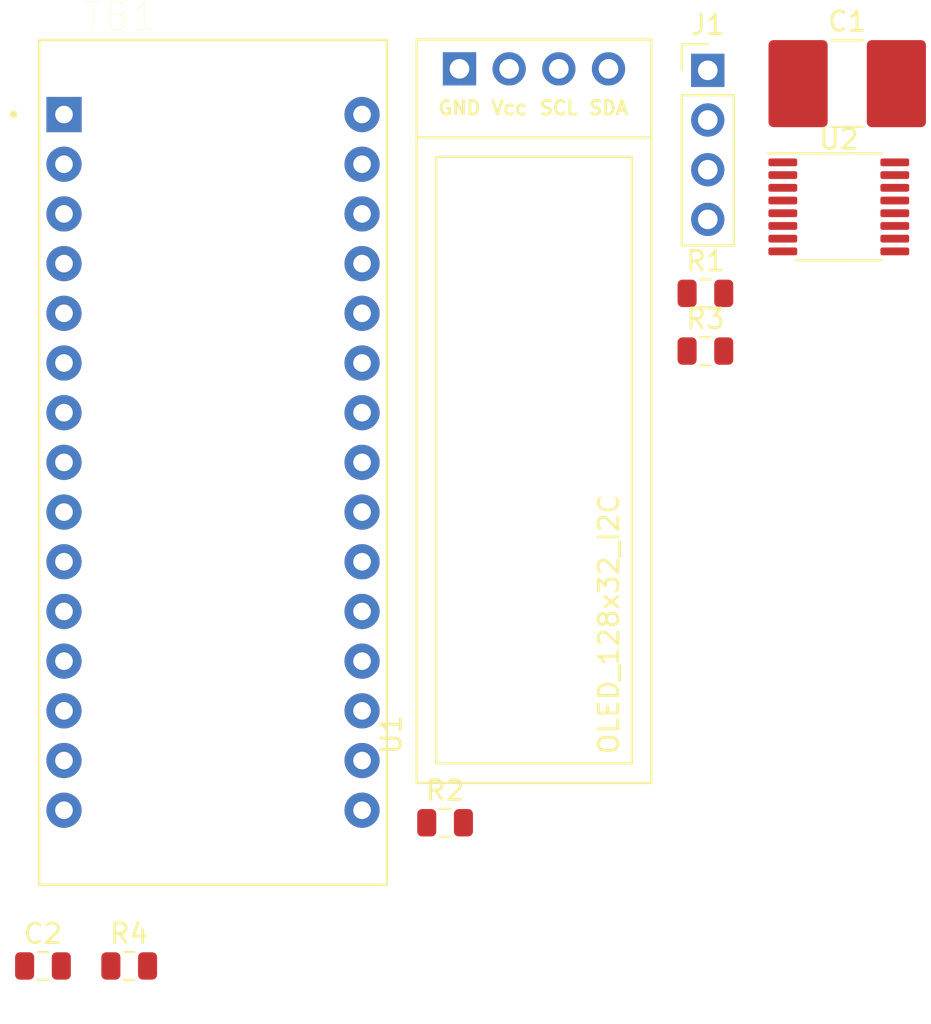
<source format=kicad_pcb>
(kicad_pcb (version 20171130) (host pcbnew "(5.1.6)-1")

  (general
    (thickness 1.6)
    (drawings 0)
    (tracks 0)
    (zones 0)
    (modules 10)
    (nets 37)
  )

  (page A4)
  (layers
    (0 F.Cu signal)
    (31 B.Cu signal)
    (32 B.Adhes user)
    (33 F.Adhes user)
    (34 B.Paste user)
    (35 F.Paste user)
    (36 B.SilkS user)
    (37 F.SilkS user)
    (38 B.Mask user)
    (39 F.Mask user)
    (40 Dwgs.User user)
    (41 Cmts.User user)
    (42 Eco1.User user)
    (43 Eco2.User user)
    (44 Edge.Cuts user)
    (45 Margin user)
    (46 B.CrtYd user)
    (47 F.CrtYd user)
    (48 B.Fab user)
    (49 F.Fab user)
  )

  (setup
    (last_trace_width 0.25)
    (trace_clearance 0.2)
    (zone_clearance 0.508)
    (zone_45_only no)
    (trace_min 0.2)
    (via_size 0.8)
    (via_drill 0.4)
    (via_min_size 0.4)
    (via_min_drill 0.3)
    (uvia_size 0.3)
    (uvia_drill 0.1)
    (uvias_allowed no)
    (uvia_min_size 0.2)
    (uvia_min_drill 0.1)
    (edge_width 0.05)
    (segment_width 0.2)
    (pcb_text_width 0.3)
    (pcb_text_size 1.5 1.5)
    (mod_edge_width 0.12)
    (mod_text_size 1 1)
    (mod_text_width 0.15)
    (pad_size 1.524 1.524)
    (pad_drill 0.762)
    (pad_to_mask_clearance 0.05)
    (aux_axis_origin 0 0)
    (visible_elements 7FFFFFFF)
    (pcbplotparams
      (layerselection 0x010fc_ffffffff)
      (usegerberextensions false)
      (usegerberattributes true)
      (usegerberadvancedattributes true)
      (creategerberjobfile true)
      (excludeedgelayer true)
      (linewidth 0.100000)
      (plotframeref false)
      (viasonmask false)
      (mode 1)
      (useauxorigin false)
      (hpglpennumber 1)
      (hpglpenspeed 20)
      (hpglpendiameter 15.000000)
      (psnegative false)
      (psa4output false)
      (plotreference true)
      (plotvalue true)
      (plotinvisibletext false)
      (padsonsilk false)
      (subtractmaskfromsilk false)
      (outputformat 1)
      (mirror false)
      (drillshape 1)
      (scaleselection 1)
      (outputdirectory ""))
  )

  (net 0 "")
  (net 1 GND)
  (net 2 "Net-(TB1-Pad1)")
  (net 3 "Net-(TB1-Pad2)")
  (net 4 "Net-(TB1-Pad28)")
  (net 5 "Net-(TB1-Pad5)")
  (net 6 "Net-(TB1-Pad6)")
  (net 7 "Net-(TB1-Pad9)")
  (net 8 +3V3)
  (net 9 "Net-(TB1-Pad18)")
  (net 10 "Net-(TB1-Pad19)")
  (net 11 "Net-(TB1-Pad20)")
  (net 12 "Net-(TB1-Pad21)")
  (net 13 "Net-(TB1-Pad22)")
  (net 14 "Net-(TB1-Pad23)")
  (net 15 "Net-(TB1-Pad24)")
  (net 16 "Net-(TB1-Pad25)")
  (net 17 "Net-(TB1-Pad26)")
  (net 18 +5V)
  (net 19 "Net-(TB1-Pad30)")
  (net 20 "Net-(C1-Pad1)")
  (net 21 "Net-(C2-Pad1)")
  (net 22 SDA)
  (net 23 SCL)
  (net 24 "Net-(TB1-Pad10)")
  (net 25 "Net-(TB1-Pad11)")
  (net 26 "Net-(TB1-Pad12)")
  (net 27 "Net-(TB1-Pad13)")
  (net 28 "Net-(TB1-Pad14)")
  (net 29 "Net-(TB1-Pad15)")
  (net 30 "Net-(TB1-Pad16)")
  (net 31 IN+)
  (net 32 "Net-(U2-Pad4)")
  (net 33 "Net-(U2-Pad5)")
  (net 34 "Net-(U2-Pad7)")
  (net 35 "Net-(U2-Pad13)")
  (net 36 IN-)

  (net_class Default "This is the default net class."
    (clearance 0.2)
    (trace_width 0.25)
    (via_dia 0.8)
    (via_drill 0.4)
    (uvia_dia 0.3)
    (uvia_drill 0.1)
    (add_net +3V3)
    (add_net +5V)
    (add_net GND)
    (add_net IN+)
    (add_net IN-)
    (add_net "Net-(C1-Pad1)")
    (add_net "Net-(C2-Pad1)")
    (add_net "Net-(TB1-Pad1)")
    (add_net "Net-(TB1-Pad10)")
    (add_net "Net-(TB1-Pad11)")
    (add_net "Net-(TB1-Pad12)")
    (add_net "Net-(TB1-Pad13)")
    (add_net "Net-(TB1-Pad14)")
    (add_net "Net-(TB1-Pad15)")
    (add_net "Net-(TB1-Pad16)")
    (add_net "Net-(TB1-Pad18)")
    (add_net "Net-(TB1-Pad19)")
    (add_net "Net-(TB1-Pad2)")
    (add_net "Net-(TB1-Pad20)")
    (add_net "Net-(TB1-Pad21)")
    (add_net "Net-(TB1-Pad22)")
    (add_net "Net-(TB1-Pad23)")
    (add_net "Net-(TB1-Pad24)")
    (add_net "Net-(TB1-Pad25)")
    (add_net "Net-(TB1-Pad26)")
    (add_net "Net-(TB1-Pad28)")
    (add_net "Net-(TB1-Pad30)")
    (add_net "Net-(TB1-Pad5)")
    (add_net "Net-(TB1-Pad6)")
    (add_net "Net-(TB1-Pad9)")
    (add_net "Net-(U2-Pad13)")
    (add_net "Net-(U2-Pad4)")
    (add_net "Net-(U2-Pad5)")
    (add_net "Net-(U2-Pad7)")
    (add_net SCL)
    (add_net SDA)
  )

  (module Capacitor_SMD:C_2816_7142Metric (layer F.Cu) (tedit 5B341556) (tstamp 5ED172CE)
    (at 177.445001 34.255001)
    (descr "Capacitor SMD 2816 (7142 Metric), square (rectangular) end terminal, IPC_7351 nominal, (Body size from: https://www.vishay.com/docs/30100/wsl.pdf), generated with kicad-footprint-generator")
    (tags capacitor)
    (path /5ED4FBCB)
    (attr smd)
    (fp_text reference C1 (at 0 -3.18) (layer F.SilkS)
      (effects (font (size 1 1) (thickness 0.15)))
    )
    (fp_text value C_BUS (at 0 3.18) (layer F.Fab)
      (effects (font (size 1 1) (thickness 0.15)))
    )
    (fp_line (start 4.28 2.48) (end -4.28 2.48) (layer F.CrtYd) (width 0.05))
    (fp_line (start 4.28 -2.48) (end 4.28 2.48) (layer F.CrtYd) (width 0.05))
    (fp_line (start -4.28 -2.48) (end 4.28 -2.48) (layer F.CrtYd) (width 0.05))
    (fp_line (start -4.28 2.48) (end -4.28 -2.48) (layer F.CrtYd) (width 0.05))
    (fp_line (start -0.797369 2.21) (end 0.797369 2.21) (layer F.SilkS) (width 0.12))
    (fp_line (start -0.797369 -2.21) (end 0.797369 -2.21) (layer F.SilkS) (width 0.12))
    (fp_line (start 3.55 2.1) (end -3.55 2.1) (layer F.Fab) (width 0.1))
    (fp_line (start 3.55 -2.1) (end 3.55 2.1) (layer F.Fab) (width 0.1))
    (fp_line (start -3.55 -2.1) (end 3.55 -2.1) (layer F.Fab) (width 0.1))
    (fp_line (start -3.55 2.1) (end -3.55 -2.1) (layer F.Fab) (width 0.1))
    (fp_text user %R (at 0 0) (layer F.Fab)
      (effects (font (size 1 1) (thickness 0.15)))
    )
    (pad 1 smd roundrect (at -2.5125 0) (size 3.025 4.45) (layers F.Cu F.Paste F.Mask) (roundrect_rratio 0.082645)
      (net 20 "Net-(C1-Pad1)"))
    (pad 2 smd roundrect (at 2.5125 0) (size 3.025 4.45) (layers F.Cu F.Paste F.Mask) (roundrect_rratio 0.082645)
      (net 1 GND))
    (model ${KISYS3DMOD}/Capacitor_SMD.3dshapes/C_2816_7142Metric.wrl
      (at (xyz 0 0 0))
      (scale (xyz 1 1 1))
      (rotate (xyz 0 0 0))
    )
  )

  (module Capacitor_SMD:C_0805_2012Metric (layer F.Cu) (tedit 5B36C52B) (tstamp 5ED172DF)
    (at 136.325001 79.355001)
    (descr "Capacitor SMD 0805 (2012 Metric), square (rectangular) end terminal, IPC_7351 nominal, (Body size source: https://docs.google.com/spreadsheets/d/1BsfQQcO9C6DZCsRaXUlFlo91Tg2WpOkGARC1WS5S8t0/edit?usp=sharing), generated with kicad-footprint-generator")
    (tags capacitor)
    (path /5ED50276)
    (attr smd)
    (fp_text reference C2 (at 0 -1.65) (layer F.SilkS)
      (effects (font (size 1 1) (thickness 0.15)))
    )
    (fp_text value 0.1uF (at 0 1.65) (layer F.Fab)
      (effects (font (size 1 1) (thickness 0.15)))
    )
    (fp_line (start 1.68 0.95) (end -1.68 0.95) (layer F.CrtYd) (width 0.05))
    (fp_line (start 1.68 -0.95) (end 1.68 0.95) (layer F.CrtYd) (width 0.05))
    (fp_line (start -1.68 -0.95) (end 1.68 -0.95) (layer F.CrtYd) (width 0.05))
    (fp_line (start -1.68 0.95) (end -1.68 -0.95) (layer F.CrtYd) (width 0.05))
    (fp_line (start -0.258578 0.71) (end 0.258578 0.71) (layer F.SilkS) (width 0.12))
    (fp_line (start -0.258578 -0.71) (end 0.258578 -0.71) (layer F.SilkS) (width 0.12))
    (fp_line (start 1 0.6) (end -1 0.6) (layer F.Fab) (width 0.1))
    (fp_line (start 1 -0.6) (end 1 0.6) (layer F.Fab) (width 0.1))
    (fp_line (start -1 -0.6) (end 1 -0.6) (layer F.Fab) (width 0.1))
    (fp_line (start -1 0.6) (end -1 -0.6) (layer F.Fab) (width 0.1))
    (fp_text user %R (at 0 0) (layer F.Fab)
      (effects (font (size 0.5 0.5) (thickness 0.08)))
    )
    (pad 1 smd roundrect (at -0.9375 0) (size 0.975 1.4) (layers F.Cu F.Paste F.Mask) (roundrect_rratio 0.25)
      (net 21 "Net-(C2-Pad1)"))
    (pad 2 smd roundrect (at 0.9375 0) (size 0.975 1.4) (layers F.Cu F.Paste F.Mask) (roundrect_rratio 0.25)
      (net 1 GND))
    (model ${KISYS3DMOD}/Capacitor_SMD.3dshapes/C_0805_2012Metric.wrl
      (at (xyz 0 0 0))
      (scale (xyz 1 1 1))
      (rotate (xyz 0 0 0))
    )
  )

  (module Connector_PinHeader_2.54mm:PinHeader_1x04_P2.54mm_Vertical (layer F.Cu) (tedit 59FED5CC) (tstamp 5ED172F7)
    (at 170.315001 33.575001)
    (descr "Through hole straight pin header, 1x04, 2.54mm pitch, single row")
    (tags "Through hole pin header THT 1x04 2.54mm single row")
    (path /5ED1B6F5)
    (fp_text reference J1 (at 0 -2.33) (layer F.SilkS)
      (effects (font (size 1 1) (thickness 0.15)))
    )
    (fp_text value Conn_01x04 (at 0 9.95) (layer F.Fab)
      (effects (font (size 1 1) (thickness 0.15)))
    )
    (fp_line (start 1.8 -1.8) (end -1.8 -1.8) (layer F.CrtYd) (width 0.05))
    (fp_line (start 1.8 9.4) (end 1.8 -1.8) (layer F.CrtYd) (width 0.05))
    (fp_line (start -1.8 9.4) (end 1.8 9.4) (layer F.CrtYd) (width 0.05))
    (fp_line (start -1.8 -1.8) (end -1.8 9.4) (layer F.CrtYd) (width 0.05))
    (fp_line (start -1.33 -1.33) (end 0 -1.33) (layer F.SilkS) (width 0.12))
    (fp_line (start -1.33 0) (end -1.33 -1.33) (layer F.SilkS) (width 0.12))
    (fp_line (start -1.33 1.27) (end 1.33 1.27) (layer F.SilkS) (width 0.12))
    (fp_line (start 1.33 1.27) (end 1.33 8.95) (layer F.SilkS) (width 0.12))
    (fp_line (start -1.33 1.27) (end -1.33 8.95) (layer F.SilkS) (width 0.12))
    (fp_line (start -1.33 8.95) (end 1.33 8.95) (layer F.SilkS) (width 0.12))
    (fp_line (start -1.27 -0.635) (end -0.635 -1.27) (layer F.Fab) (width 0.1))
    (fp_line (start -1.27 8.89) (end -1.27 -0.635) (layer F.Fab) (width 0.1))
    (fp_line (start 1.27 8.89) (end -1.27 8.89) (layer F.Fab) (width 0.1))
    (fp_line (start 1.27 -1.27) (end 1.27 8.89) (layer F.Fab) (width 0.1))
    (fp_line (start -0.635 -1.27) (end 1.27 -1.27) (layer F.Fab) (width 0.1))
    (fp_text user %R (at 0 3.81 90) (layer F.Fab)
      (effects (font (size 1 1) (thickness 0.15)))
    )
    (pad 1 thru_hole rect (at 0 0) (size 1.7 1.7) (drill 1) (layers *.Cu *.Mask)
      (net 22 SDA))
    (pad 2 thru_hole oval (at 0 2.54) (size 1.7 1.7) (drill 1) (layers *.Cu *.Mask)
      (net 23 SCL))
    (pad 3 thru_hole oval (at 0 5.08) (size 1.7 1.7) (drill 1) (layers *.Cu *.Mask)
      (net 8 +3V3))
    (pad 4 thru_hole oval (at 0 7.62) (size 1.7 1.7) (drill 1) (layers *.Cu *.Mask)
      (net 1 GND))
    (model ${KISYS3DMOD}/Connector_PinHeader_2.54mm.3dshapes/PinHeader_1x04_P2.54mm_Vertical.wrl
      (at (xyz 0 0 0))
      (scale (xyz 1 1 1))
      (rotate (xyz 0 0 0))
    )
  )

  (module Resistor_SMD:R_0805_2012Metric (layer F.Cu) (tedit 5B36C52B) (tstamp 5ED17308)
    (at 170.195001 44.975001)
    (descr "Resistor SMD 0805 (2012 Metric), square (rectangular) end terminal, IPC_7351 nominal, (Body size source: https://docs.google.com/spreadsheets/d/1BsfQQcO9C6DZCsRaXUlFlo91Tg2WpOkGARC1WS5S8t0/edit?usp=sharing), generated with kicad-footprint-generator")
    (tags resistor)
    (path /5ED2A43E)
    (attr smd)
    (fp_text reference R1 (at 0 -1.65) (layer F.SilkS)
      (effects (font (size 1 1) (thickness 0.15)))
    )
    (fp_text value 4k7 (at 0 1.65) (layer F.Fab)
      (effects (font (size 1 1) (thickness 0.15)))
    )
    (fp_line (start 1.68 0.95) (end -1.68 0.95) (layer F.CrtYd) (width 0.05))
    (fp_line (start 1.68 -0.95) (end 1.68 0.95) (layer F.CrtYd) (width 0.05))
    (fp_line (start -1.68 -0.95) (end 1.68 -0.95) (layer F.CrtYd) (width 0.05))
    (fp_line (start -1.68 0.95) (end -1.68 -0.95) (layer F.CrtYd) (width 0.05))
    (fp_line (start -0.258578 0.71) (end 0.258578 0.71) (layer F.SilkS) (width 0.12))
    (fp_line (start -0.258578 -0.71) (end 0.258578 -0.71) (layer F.SilkS) (width 0.12))
    (fp_line (start 1 0.6) (end -1 0.6) (layer F.Fab) (width 0.1))
    (fp_line (start 1 -0.6) (end 1 0.6) (layer F.Fab) (width 0.1))
    (fp_line (start -1 -0.6) (end 1 -0.6) (layer F.Fab) (width 0.1))
    (fp_line (start -1 0.6) (end -1 -0.6) (layer F.Fab) (width 0.1))
    (fp_text user %R (at 0 0) (layer F.Fab)
      (effects (font (size 0.5 0.5) (thickness 0.08)))
    )
    (pad 1 smd roundrect (at -0.9375 0) (size 0.975 1.4) (layers F.Cu F.Paste F.Mask) (roundrect_rratio 0.25)
      (net 8 +3V3))
    (pad 2 smd roundrect (at 0.9375 0) (size 0.975 1.4) (layers F.Cu F.Paste F.Mask) (roundrect_rratio 0.25)
      (net 22 SDA))
    (model ${KISYS3DMOD}/Resistor_SMD.3dshapes/R_0805_2012Metric.wrl
      (at (xyz 0 0 0))
      (scale (xyz 1 1 1))
      (rotate (xyz 0 0 0))
    )
  )

  (module Resistor_SMD:R_0805_2012Metric (layer F.Cu) (tedit 5B36C52B) (tstamp 5ED17319)
    (at 156.885001 72.035001)
    (descr "Resistor SMD 0805 (2012 Metric), square (rectangular) end terminal, IPC_7351 nominal, (Body size source: https://docs.google.com/spreadsheets/d/1BsfQQcO9C6DZCsRaXUlFlo91Tg2WpOkGARC1WS5S8t0/edit?usp=sharing), generated with kicad-footprint-generator")
    (tags resistor)
    (path /5ED286AA)
    (attr smd)
    (fp_text reference R2 (at 0 -1.65) (layer F.SilkS)
      (effects (font (size 1 1) (thickness 0.15)))
    )
    (fp_text value 4k7 (at 0 1.65) (layer F.Fab)
      (effects (font (size 1 1) (thickness 0.15)))
    )
    (fp_text user %R (at 0 0) (layer F.Fab)
      (effects (font (size 0.5 0.5) (thickness 0.08)))
    )
    (fp_line (start -1 0.6) (end -1 -0.6) (layer F.Fab) (width 0.1))
    (fp_line (start -1 -0.6) (end 1 -0.6) (layer F.Fab) (width 0.1))
    (fp_line (start 1 -0.6) (end 1 0.6) (layer F.Fab) (width 0.1))
    (fp_line (start 1 0.6) (end -1 0.6) (layer F.Fab) (width 0.1))
    (fp_line (start -0.258578 -0.71) (end 0.258578 -0.71) (layer F.SilkS) (width 0.12))
    (fp_line (start -0.258578 0.71) (end 0.258578 0.71) (layer F.SilkS) (width 0.12))
    (fp_line (start -1.68 0.95) (end -1.68 -0.95) (layer F.CrtYd) (width 0.05))
    (fp_line (start -1.68 -0.95) (end 1.68 -0.95) (layer F.CrtYd) (width 0.05))
    (fp_line (start 1.68 -0.95) (end 1.68 0.95) (layer F.CrtYd) (width 0.05))
    (fp_line (start 1.68 0.95) (end -1.68 0.95) (layer F.CrtYd) (width 0.05))
    (pad 2 smd roundrect (at 0.9375 0) (size 0.975 1.4) (layers F.Cu F.Paste F.Mask) (roundrect_rratio 0.25)
      (net 23 SCL))
    (pad 1 smd roundrect (at -0.9375 0) (size 0.975 1.4) (layers F.Cu F.Paste F.Mask) (roundrect_rratio 0.25)
      (net 8 +3V3))
    (model ${KISYS3DMOD}/Resistor_SMD.3dshapes/R_0805_2012Metric.wrl
      (at (xyz 0 0 0))
      (scale (xyz 1 1 1))
      (rotate (xyz 0 0 0))
    )
  )

  (module Resistor_SMD:R_0805_2012Metric (layer F.Cu) (tedit 5B36C52B) (tstamp 5ED1732A)
    (at 170.195001 47.925001)
    (descr "Resistor SMD 0805 (2012 Metric), square (rectangular) end terminal, IPC_7351 nominal, (Body size source: https://docs.google.com/spreadsheets/d/1BsfQQcO9C6DZCsRaXUlFlo91Tg2WpOkGARC1WS5S8t0/edit?usp=sharing), generated with kicad-footprint-generator")
    (tags resistor)
    (path /5ED53930)
    (attr smd)
    (fp_text reference R3 (at 0 -1.65) (layer F.SilkS)
      (effects (font (size 1 1) (thickness 0.15)))
    )
    (fp_text value 4K7 (at 0 1.65) (layer F.Fab)
      (effects (font (size 1 1) (thickness 0.15)))
    )
    (fp_line (start 1.68 0.95) (end -1.68 0.95) (layer F.CrtYd) (width 0.05))
    (fp_line (start 1.68 -0.95) (end 1.68 0.95) (layer F.CrtYd) (width 0.05))
    (fp_line (start -1.68 -0.95) (end 1.68 -0.95) (layer F.CrtYd) (width 0.05))
    (fp_line (start -1.68 0.95) (end -1.68 -0.95) (layer F.CrtYd) (width 0.05))
    (fp_line (start -0.258578 0.71) (end 0.258578 0.71) (layer F.SilkS) (width 0.12))
    (fp_line (start -0.258578 -0.71) (end 0.258578 -0.71) (layer F.SilkS) (width 0.12))
    (fp_line (start 1 0.6) (end -1 0.6) (layer F.Fab) (width 0.1))
    (fp_line (start 1 -0.6) (end 1 0.6) (layer F.Fab) (width 0.1))
    (fp_line (start -1 -0.6) (end 1 -0.6) (layer F.Fab) (width 0.1))
    (fp_line (start -1 0.6) (end -1 -0.6) (layer F.Fab) (width 0.1))
    (fp_text user %R (at 0 0) (layer F.Fab)
      (effects (font (size 0.5 0.5) (thickness 0.08)))
    )
    (pad 1 smd roundrect (at -0.9375 0) (size 0.975 1.4) (layers F.Cu F.Paste F.Mask) (roundrect_rratio 0.25)
      (net 18 +5V))
    (pad 2 smd roundrect (at 0.9375 0) (size 0.975 1.4) (layers F.Cu F.Paste F.Mask) (roundrect_rratio 0.25)
      (net 22 SDA))
    (model ${KISYS3DMOD}/Resistor_SMD.3dshapes/R_0805_2012Metric.wrl
      (at (xyz 0 0 0))
      (scale (xyz 1 1 1))
      (rotate (xyz 0 0 0))
    )
  )

  (module Resistor_SMD:R_0805_2012Metric (layer F.Cu) (tedit 5B36C52B) (tstamp 5ED1733B)
    (at 140.735001 79.355001)
    (descr "Resistor SMD 0805 (2012 Metric), square (rectangular) end terminal, IPC_7351 nominal, (Body size source: https://docs.google.com/spreadsheets/d/1BsfQQcO9C6DZCsRaXUlFlo91Tg2WpOkGARC1WS5S8t0/edit?usp=sharing), generated with kicad-footprint-generator")
    (tags resistor)
    (path /5ED53E0F)
    (attr smd)
    (fp_text reference R4 (at 0 -1.65) (layer F.SilkS)
      (effects (font (size 1 1) (thickness 0.15)))
    )
    (fp_text value 4K7 (at 0 1.65) (layer F.Fab)
      (effects (font (size 1 1) (thickness 0.15)))
    )
    (fp_text user %R (at 0 0) (layer F.Fab)
      (effects (font (size 0.5 0.5) (thickness 0.08)))
    )
    (fp_line (start -1 0.6) (end -1 -0.6) (layer F.Fab) (width 0.1))
    (fp_line (start -1 -0.6) (end 1 -0.6) (layer F.Fab) (width 0.1))
    (fp_line (start 1 -0.6) (end 1 0.6) (layer F.Fab) (width 0.1))
    (fp_line (start 1 0.6) (end -1 0.6) (layer F.Fab) (width 0.1))
    (fp_line (start -0.258578 -0.71) (end 0.258578 -0.71) (layer F.SilkS) (width 0.12))
    (fp_line (start -0.258578 0.71) (end 0.258578 0.71) (layer F.SilkS) (width 0.12))
    (fp_line (start -1.68 0.95) (end -1.68 -0.95) (layer F.CrtYd) (width 0.05))
    (fp_line (start -1.68 -0.95) (end 1.68 -0.95) (layer F.CrtYd) (width 0.05))
    (fp_line (start 1.68 -0.95) (end 1.68 0.95) (layer F.CrtYd) (width 0.05))
    (fp_line (start 1.68 0.95) (end -1.68 0.95) (layer F.CrtYd) (width 0.05))
    (pad 2 smd roundrect (at 0.9375 0) (size 0.975 1.4) (layers F.Cu F.Paste F.Mask) (roundrect_rratio 0.25)
      (net 23 SCL))
    (pad 1 smd roundrect (at -0.9375 0) (size 0.975 1.4) (layers F.Cu F.Paste F.Mask) (roundrect_rratio 0.25)
      (net 18 +5V))
    (model ${KISYS3DMOD}/Resistor_SMD.3dshapes/R_0805_2012Metric.wrl
      (at (xyz 0 0 0))
      (scale (xyz 1 1 1))
      (rotate (xyz 0 0 0))
    )
  )

  (module ARDUINO_NANO:SHIELD_ARDUINO_NANO (layer F.Cu) (tedit 5ED127B1) (tstamp 5ED17374)
    (at 145.020001 53.615001)
    (path /5ED12A82)
    (fp_text reference TB1 (at -4.755 -22.789) (layer F.SilkS)
      (effects (font (size 1.4 1.4) (thickness 0.015)))
    )
    (fp_text value ARDUINO_NANO (at 7.591 27.891) (layer F.Fab)
      (effects (font (size 1.4 1.4) (thickness 0.015)))
    )
    (fp_line (start 3.25 21.84) (end 9.14 21.84) (layer F.CrtYd) (width 0.05))
    (fp_line (start 3.25 23.745) (end 3.25 21.84) (layer F.CrtYd) (width 0.05))
    (fp_line (start -3.22 23.745) (end 3.25 23.745) (layer F.CrtYd) (width 0.05))
    (fp_line (start -3.22 21.84) (end -3.22 23.745) (layer F.CrtYd) (width 0.05))
    (fp_line (start -9.14 21.84) (end -3.22 21.84) (layer F.CrtYd) (width 0.05))
    (fp_line (start 3 23.495) (end 3 21.59) (layer F.Fab) (width 0.127))
    (fp_line (start -2.97 23.495) (end 3 23.495) (layer F.Fab) (width 0.127))
    (fp_line (start -2.97 21.59) (end -2.97 23.495) (layer F.Fab) (width 0.127))
    (fp_circle (center -10.2 -17.8) (end -10.1 -17.8) (layer F.Fab) (width 0.2))
    (fp_line (start -9.14 21.84) (end -9.14 -21.84) (layer F.CrtYd) (width 0.05))
    (fp_line (start 9.14 -21.84) (end 9.14 21.84) (layer F.CrtYd) (width 0.05))
    (fp_line (start -9.14 -21.84) (end 9.14 -21.84) (layer F.CrtYd) (width 0.05))
    (fp_line (start -8.89 21.59) (end -8.89 -21.59) (layer F.SilkS) (width 0.127))
    (fp_line (start 8.89 21.59) (end -8.89 21.59) (layer F.SilkS) (width 0.127))
    (fp_line (start 8.89 -21.59) (end 8.89 21.59) (layer F.SilkS) (width 0.127))
    (fp_line (start -8.89 -21.59) (end 8.89 -21.59) (layer F.SilkS) (width 0.127))
    (fp_circle (center -10.2 -17.8) (end -10.1 -17.8) (layer F.SilkS) (width 0.2))
    (fp_line (start -8.89 21.59) (end -8.89 -21.59) (layer F.Fab) (width 0.127))
    (fp_line (start -2.97 21.59) (end -8.89 21.59) (layer F.Fab) (width 0.127))
    (fp_line (start 3 21.59) (end -2.97 21.59) (layer F.Fab) (width 0.127))
    (fp_line (start 8.89 21.59) (end 3 21.59) (layer F.Fab) (width 0.127))
    (fp_line (start 8.89 -21.59) (end 8.89 21.59) (layer F.Fab) (width 0.127))
    (fp_line (start -8.89 -21.59) (end 8.89 -21.59) (layer F.Fab) (width 0.127))
    (pad 1 thru_hole rect (at -7.62 -17.78) (size 1.8 1.8) (drill 0.9) (layers *.Cu *.Mask)
      (net 2 "Net-(TB1-Pad1)"))
    (pad 2 thru_hole circle (at -7.62 -15.24) (size 1.8 1.8) (drill 0.9) (layers *.Cu *.Mask)
      (net 3 "Net-(TB1-Pad2)"))
    (pad 3 thru_hole circle (at -7.62 -12.7) (size 1.8 1.8) (drill 0.9) (layers *.Cu *.Mask)
      (net 4 "Net-(TB1-Pad28)"))
    (pad 4 thru_hole circle (at -7.62 -10.16) (size 1.8 1.8) (drill 0.9) (layers *.Cu *.Mask)
      (net 1 GND))
    (pad 5 thru_hole circle (at -7.62 -7.62) (size 1.8 1.8) (drill 0.9) (layers *.Cu *.Mask)
      (net 5 "Net-(TB1-Pad5)"))
    (pad 6 thru_hole circle (at -7.62 -5.08) (size 1.8 1.8) (drill 0.9) (layers *.Cu *.Mask)
      (net 6 "Net-(TB1-Pad6)"))
    (pad 7 thru_hole circle (at -7.62 -2.54) (size 1.8 1.8) (drill 0.9) (layers *.Cu *.Mask)
      (net 22 SDA))
    (pad 8 thru_hole circle (at -7.62 0) (size 1.8 1.8) (drill 0.9) (layers *.Cu *.Mask)
      (net 23 SCL))
    (pad 9 thru_hole circle (at -7.62 2.54) (size 1.8 1.8) (drill 0.9) (layers *.Cu *.Mask)
      (net 7 "Net-(TB1-Pad9)"))
    (pad 10 thru_hole circle (at -7.62 5.08) (size 1.8 1.8) (drill 0.9) (layers *.Cu *.Mask)
      (net 24 "Net-(TB1-Pad10)"))
    (pad 11 thru_hole circle (at -7.62 7.62) (size 1.8 1.8) (drill 0.9) (layers *.Cu *.Mask)
      (net 25 "Net-(TB1-Pad11)"))
    (pad 12 thru_hole circle (at -7.62 10.16) (size 1.8 1.8) (drill 0.9) (layers *.Cu *.Mask)
      (net 26 "Net-(TB1-Pad12)"))
    (pad 13 thru_hole circle (at -7.62 12.7) (size 1.8 1.8) (drill 0.9) (layers *.Cu *.Mask)
      (net 27 "Net-(TB1-Pad13)"))
    (pad 14 thru_hole circle (at -7.62 15.24) (size 1.8 1.8) (drill 0.9) (layers *.Cu *.Mask)
      (net 28 "Net-(TB1-Pad14)"))
    (pad 15 thru_hole circle (at -7.62 17.78) (size 1.8 1.8) (drill 0.9) (layers *.Cu *.Mask)
      (net 29 "Net-(TB1-Pad15)"))
    (pad 16 thru_hole circle (at 7.62 17.78) (size 1.8 1.8) (drill 0.9) (layers *.Cu *.Mask)
      (net 30 "Net-(TB1-Pad16)"))
    (pad 17 thru_hole circle (at 7.62 15.24) (size 1.8 1.8) (drill 0.9) (layers *.Cu *.Mask)
      (net 8 +3V3))
    (pad 18 thru_hole circle (at 7.62 12.7) (size 1.8 1.8) (drill 0.9) (layers *.Cu *.Mask)
      (net 9 "Net-(TB1-Pad18)"))
    (pad 19 thru_hole circle (at 7.62 10.16) (size 1.8 1.8) (drill 0.9) (layers *.Cu *.Mask)
      (net 10 "Net-(TB1-Pad19)"))
    (pad 20 thru_hole circle (at 7.62 7.62) (size 1.8 1.8) (drill 0.9) (layers *.Cu *.Mask)
      (net 11 "Net-(TB1-Pad20)"))
    (pad 21 thru_hole circle (at 7.62 5.08) (size 1.8 1.8) (drill 0.9) (layers *.Cu *.Mask)
      (net 12 "Net-(TB1-Pad21)"))
    (pad 22 thru_hole circle (at 7.62 2.54) (size 1.8 1.8) (drill 0.9) (layers *.Cu *.Mask)
      (net 13 "Net-(TB1-Pad22)"))
    (pad 23 thru_hole circle (at 7.62 0) (size 1.8 1.8) (drill 0.9) (layers *.Cu *.Mask)
      (net 14 "Net-(TB1-Pad23)"))
    (pad 24 thru_hole circle (at 7.62 -2.54) (size 1.8 1.8) (drill 0.9) (layers *.Cu *.Mask)
      (net 15 "Net-(TB1-Pad24)"))
    (pad 25 thru_hole circle (at 7.62 -5.08) (size 1.8 1.8) (drill 0.9) (layers *.Cu *.Mask)
      (net 16 "Net-(TB1-Pad25)"))
    (pad 26 thru_hole circle (at 7.62 -7.62) (size 1.8 1.8) (drill 0.9) (layers *.Cu *.Mask)
      (net 17 "Net-(TB1-Pad26)"))
    (pad 27 thru_hole circle (at 7.62 -10.16) (size 1.8 1.8) (drill 0.9) (layers *.Cu *.Mask)
      (net 18 +5V))
    (pad 28 thru_hole circle (at 7.62 -12.7) (size 1.8 1.8) (drill 0.9) (layers *.Cu *.Mask)
      (net 4 "Net-(TB1-Pad28)"))
    (pad 29 thru_hole circle (at 7.62 -15.24) (size 1.8 1.8) (drill 0.9) (layers *.Cu *.Mask)
      (net 1 GND))
    (pad 30 thru_hole circle (at 7.62 -17.78) (size 1.8 1.8) (drill 0.9) (layers *.Cu *.Mask)
      (net 19 "Net-(TB1-Pad30)"))
  )

  (module peltier_driver_pcb:OLED_128x32_I2C (layer F.Cu) (tedit 5ED16A40) (tstamp 5ED17389)
    (at 155.43 32)
    (descr "Through hole straight pin header, 1x04, 2.54mm pitch, single row")
    (tags "Through hole pin header THT 1x04 2.54mm single row")
    (path /5ED1570B)
    (fp_text reference U1 (at -1.29 35.52 270) (layer F.SilkS)
      (effects (font (size 1 1) (thickness 0.15)))
    )
    (fp_text value OLED_128x32_I2C (at 9.83 29.88 270) (layer F.SilkS)
      (effects (font (size 1 1) (thickness 0.15)))
    )
    (fp_line (start 0 0) (end 0 38) (layer F.SilkS) (width 0.12))
    (fp_line (start 0 38) (end 12 38) (layer F.SilkS) (width 0.12))
    (fp_line (start 12 38) (end 12 0) (layer F.SilkS) (width 0.12))
    (fp_line (start 12 0) (end 0 0) (layer F.SilkS) (width 0.12))
    (fp_line (start 0 5) (end 12 5) (layer F.SilkS) (width 0.12))
    (fp_line (start 1 6) (end 11 6) (layer F.SilkS) (width 0.12))
    (fp_line (start 1 37) (end 11 37) (layer F.SilkS) (width 0.12))
    (fp_line (start 1 6) (end 1 37) (layer F.SilkS) (width 0.12))
    (fp_line (start 11 37) (end 11 6) (layer F.SilkS) (width 0.12))
    (fp_text user GND (at 2.19 3.5 180) (layer F.SilkS)
      (effects (font (size 0.7 0.7) (thickness 0.15)))
    )
    (fp_text user Vcc (at 4.73 3.5 180) (layer F.SilkS)
      (effects (font (size 0.7 0.7) (thickness 0.15)))
    )
    (fp_text user SCL (at 7.27 3.5 180) (layer F.SilkS)
      (effects (font (size 0.7 0.7) (thickness 0.15)))
    )
    (fp_text user SDA (at 9.81 3.5 180) (layer F.SilkS)
      (effects (font (size 0.7 0.7) (thickness 0.15)))
    )
    (pad 3 thru_hole oval (at 9.81 1.5 90) (size 1.7 1.7) (drill 1) (layers *.Cu *.Mask)
      (net 22 SDA))
    (pad 2 thru_hole oval (at 7.27 1.5 90) (size 1.7 1.7) (drill 1) (layers *.Cu *.Mask)
      (net 23 SCL))
    (pad 1 thru_hole oval (at 4.73 1.5 90) (size 1.7 1.7) (drill 1) (layers *.Cu *.Mask)
      (net 8 +3V3))
    (pad 0 thru_hole rect (at 2.19 1.5 90) (size 1.7 1.7) (drill 1) (layers *.Cu *.Mask)
      (net 1 GND))
    (model ${KISYS3DMOD}/Connector_PinHeader_2.54mm.3dshapes/PinHeader_1x04_P2.54mm_Vertical.wrl
      (at (xyz 0 0 0))
      (scale (xyz 1 1 1))
      (rotate (xyz 0 0 0))
    )
  )

  (module Package_SO:TSSOP-16_4.4x5mm_P0.65mm (layer F.Cu) (tedit 5E476F32) (tstamp 5ED173AB)
    (at 177.015001 40.555001)
    (descr "TSSOP, 16 Pin (JEDEC MO-153 Var AB https://www.jedec.org/document_search?search_api_views_fulltext=MO-153), generated with kicad-footprint-generator ipc_gullwing_generator.py")
    (tags "TSSOP SO")
    (path /5ED493F3)
    (attr smd)
    (fp_text reference U2 (at 0 -3.45) (layer F.SilkS)
      (effects (font (size 1 1) (thickness 0.15)))
    )
    (fp_text value INA260 (at 0 3.45) (layer F.Fab)
      (effects (font (size 1 1) (thickness 0.15)))
    )
    (fp_line (start 3.85 -2.75) (end -3.85 -2.75) (layer F.CrtYd) (width 0.05))
    (fp_line (start 3.85 2.75) (end 3.85 -2.75) (layer F.CrtYd) (width 0.05))
    (fp_line (start -3.85 2.75) (end 3.85 2.75) (layer F.CrtYd) (width 0.05))
    (fp_line (start -3.85 -2.75) (end -3.85 2.75) (layer F.CrtYd) (width 0.05))
    (fp_line (start -2.2 -1.5) (end -1.2 -2.5) (layer F.Fab) (width 0.1))
    (fp_line (start -2.2 2.5) (end -2.2 -1.5) (layer F.Fab) (width 0.1))
    (fp_line (start 2.2 2.5) (end -2.2 2.5) (layer F.Fab) (width 0.1))
    (fp_line (start 2.2 -2.5) (end 2.2 2.5) (layer F.Fab) (width 0.1))
    (fp_line (start -1.2 -2.5) (end 2.2 -2.5) (layer F.Fab) (width 0.1))
    (fp_line (start 0 -2.735) (end -3.6 -2.735) (layer F.SilkS) (width 0.12))
    (fp_line (start 0 -2.735) (end 2.2 -2.735) (layer F.SilkS) (width 0.12))
    (fp_line (start 0 2.735) (end -2.2 2.735) (layer F.SilkS) (width 0.12))
    (fp_line (start 0 2.735) (end 2.2 2.735) (layer F.SilkS) (width 0.12))
    (fp_text user %R (at 0 0) (layer F.Fab)
      (effects (font (size 1 1) (thickness 0.15)))
    )
    (pad 1 smd roundrect (at -2.8625 -2.275) (size 1.475 0.4) (layers F.Cu F.Paste F.Mask) (roundrect_rratio 0.25)
      (net 31 IN+))
    (pad 2 smd roundrect (at -2.8625 -1.625) (size 1.475 0.4) (layers F.Cu F.Paste F.Mask) (roundrect_rratio 0.25)
      (net 31 IN+))
    (pad 3 smd roundrect (at -2.8625 -0.975) (size 1.475 0.4) (layers F.Cu F.Paste F.Mask) (roundrect_rratio 0.25)
      (net 31 IN+))
    (pad 4 smd roundrect (at -2.8625 -0.325) (size 1.475 0.4) (layers F.Cu F.Paste F.Mask) (roundrect_rratio 0.25)
      (net 32 "Net-(U2-Pad4)"))
    (pad 5 smd roundrect (at -2.8625 0.325) (size 1.475 0.4) (layers F.Cu F.Paste F.Mask) (roundrect_rratio 0.25)
      (net 33 "Net-(U2-Pad5)"))
    (pad 6 smd roundrect (at -2.8625 0.975) (size 1.475 0.4) (layers F.Cu F.Paste F.Mask) (roundrect_rratio 0.25)
      (net 1 GND))
    (pad 7 smd roundrect (at -2.8625 1.625) (size 1.475 0.4) (layers F.Cu F.Paste F.Mask) (roundrect_rratio 0.25)
      (net 34 "Net-(U2-Pad7)"))
    (pad 8 smd roundrect (at -2.8625 2.275) (size 1.475 0.4) (layers F.Cu F.Paste F.Mask) (roundrect_rratio 0.25)
      (net 22 SDA))
    (pad 9 smd roundrect (at 2.8625 2.275) (size 1.475 0.4) (layers F.Cu F.Paste F.Mask) (roundrect_rratio 0.25)
      (net 23 SCL))
    (pad 10 smd roundrect (at 2.8625 1.625) (size 1.475 0.4) (layers F.Cu F.Paste F.Mask) (roundrect_rratio 0.25)
      (net 21 "Net-(C2-Pad1)"))
    (pad 11 smd roundrect (at 2.8625 0.975) (size 1.475 0.4) (layers F.Cu F.Paste F.Mask) (roundrect_rratio 0.25)
      (net 1 GND))
    (pad 12 smd roundrect (at 2.8625 0.325) (size 1.475 0.4) (layers F.Cu F.Paste F.Mask) (roundrect_rratio 0.25)
      (net 20 "Net-(C1-Pad1)"))
    (pad 13 smd roundrect (at 2.8625 -0.325) (size 1.475 0.4) (layers F.Cu F.Paste F.Mask) (roundrect_rratio 0.25)
      (net 35 "Net-(U2-Pad13)"))
    (pad 14 smd roundrect (at 2.8625 -0.975) (size 1.475 0.4) (layers F.Cu F.Paste F.Mask) (roundrect_rratio 0.25)
      (net 36 IN-))
    (pad 15 smd roundrect (at 2.8625 -1.625) (size 1.475 0.4) (layers F.Cu F.Paste F.Mask) (roundrect_rratio 0.25)
      (net 36 IN-))
    (pad 16 smd roundrect (at 2.8625 -2.275) (size 1.475 0.4) (layers F.Cu F.Paste F.Mask) (roundrect_rratio 0.25)
      (net 36 IN-))
    (model ${KISYS3DMOD}/Package_SO.3dshapes/TSSOP-16_4.4x5mm_P0.65mm.wrl
      (at (xyz 0 0 0))
      (scale (xyz 1 1 1))
      (rotate (xyz 0 0 0))
    )
  )

)

</source>
